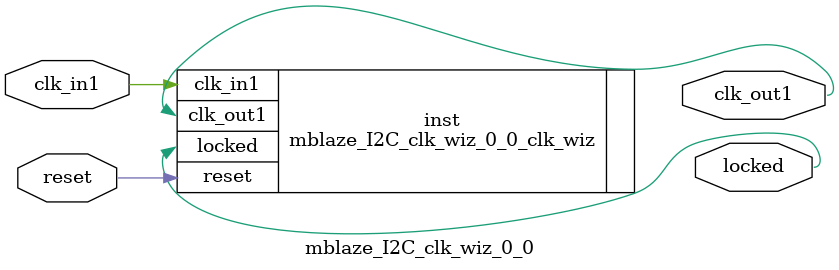
<source format=v>


`timescale 1ps/1ps

(* CORE_GENERATION_INFO = "mblaze_I2C_clk_wiz_0_0,clk_wiz_v6_0_4_0_0,{component_name=mblaze_I2C_clk_wiz_0_0,use_phase_alignment=true,use_min_o_jitter=false,use_max_i_jitter=false,use_dyn_phase_shift=false,use_inclk_switchover=false,use_dyn_reconfig=false,enable_axi=0,feedback_source=FDBK_AUTO,PRIMITIVE=MMCM,num_out_clk=1,clkin1_period=10.000,clkin2_period=10.000,use_power_down=false,use_reset=true,use_locked=true,use_inclk_stopped=false,feedback_type=SINGLE,CLOCK_MGR_TYPE=NA,manual_override=false}" *)

module mblaze_I2C_clk_wiz_0_0 
 (
  // Clock out ports
  output        clk_out1,
  // Status and control signals
  input         reset,
  output        locked,
 // Clock in ports
  input         clk_in1
 );

  mblaze_I2C_clk_wiz_0_0_clk_wiz inst
  (
  // Clock out ports  
  .clk_out1(clk_out1),
  // Status and control signals               
  .reset(reset), 
  .locked(locked),
 // Clock in ports
  .clk_in1(clk_in1)
  );

endmodule

</source>
